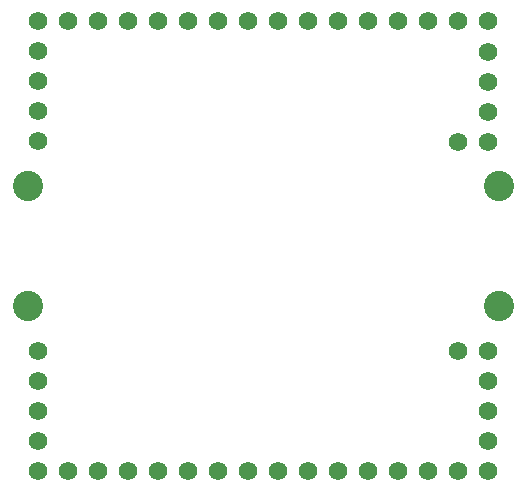
<source format=gbs>
G04 #@! TF.GenerationSoftware,KiCad,Pcbnew,(5.1.5)-3*
G04 #@! TF.CreationDate,2020-08-24T22:14:15-04:00*
G04 #@! TF.ProjectId,ta-ctrl,74612d63-7472-46c2-9e6b-696361645f70,v0*
G04 #@! TF.SameCoordinates,Original*
G04 #@! TF.FileFunction,Soldermask,Bot*
G04 #@! TF.FilePolarity,Negative*
%FSLAX46Y46*%
G04 Gerber Fmt 4.6, Leading zero omitted, Abs format (unit mm)*
G04 Created by KiCad (PCBNEW (5.1.5)-3) date 2020-08-24 22:14:15*
%MOMM*%
%LPD*%
G04 APERTURE LIST*
%ADD10C,1.565400*%
%ADD11C,2.565400*%
G04 APERTURE END LIST*
D10*
X135950000Y-88950000D03*
X138490000Y-88950000D03*
X141030000Y-88950000D03*
X143570000Y-88950000D03*
X146110000Y-88950000D03*
X148650000Y-88950000D03*
X151190000Y-88950000D03*
X153730000Y-88950000D03*
X156270000Y-88950000D03*
X158810000Y-88950000D03*
X161350000Y-88950000D03*
X163890000Y-88950000D03*
X166430000Y-88950000D03*
X168970000Y-88950000D03*
X171510000Y-88950000D03*
X174050000Y-88950000D03*
X174050000Y-127050000D03*
X171510000Y-127050000D03*
X168970000Y-127050000D03*
X166430000Y-127050000D03*
X163890000Y-127050000D03*
X161350000Y-127050000D03*
X158810000Y-127050000D03*
X156270000Y-127050000D03*
X153730000Y-127050000D03*
X151190000Y-127050000D03*
X148650000Y-127050000D03*
X146110000Y-127050000D03*
X143570000Y-127050000D03*
X141030000Y-127050000D03*
X138490000Y-127050000D03*
X135950000Y-127050000D03*
D11*
X174960000Y-113080000D03*
X135040000Y-113080000D03*
X174960000Y-102920000D03*
X135040000Y-102920000D03*
D10*
X135950000Y-91490000D03*
X135950000Y-94030000D03*
X135950000Y-96570000D03*
X135950000Y-99110000D03*
X135950000Y-116890000D03*
X135950000Y-119430000D03*
X135950000Y-121970000D03*
X135950000Y-124510000D03*
X174050000Y-121969800D03*
X174050000Y-116889800D03*
X174050000Y-119429800D03*
X174050000Y-124509800D03*
X171510000Y-116889800D03*
X174050000Y-94106200D03*
X174050000Y-99186200D03*
X174050000Y-96646200D03*
X174050000Y-91566200D03*
X171510000Y-99186200D03*
M02*

</source>
